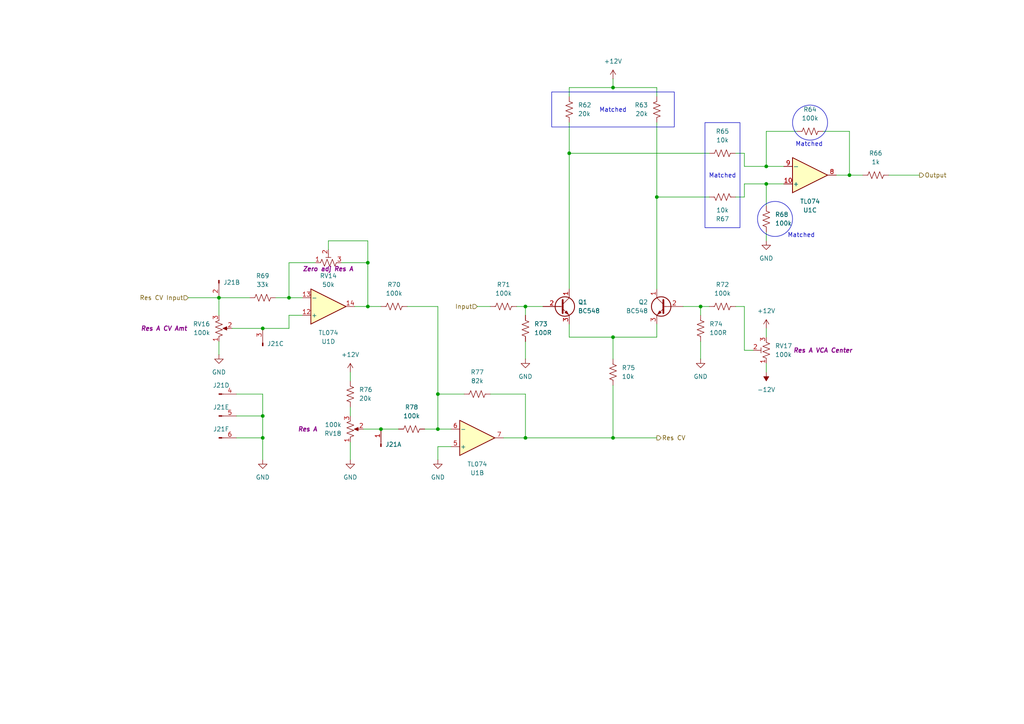
<source format=kicad_sch>
(kicad_sch (version 20250114) (generator "eeschema") (generator_version "9.0")
  (paper "A4")
  (title_block (company "DMH Instruments") (comment 1 "PCB for 15cm Kosmo format synthesizer module"))
  (lib_symbols
    (symbol "Amplifier_Operational:TL074" (pin_names (offset 0.127))
      (property "Reference" "U" (at 0 5.08 0))
      (property "Value" "TL074" (at 0 -5.08 0))
      (symbol "TL074_1_1"
        (polyline (pts (xy -5.08 5.08) (xy 5.08 0) (xy -5.08 -5.08) (xy -5.08 5.08)) (stroke (width 0.254)) (fill (type background)))
        (pin input line (at -7.62 2.54 0) (length 2.54) (name "+") (number "3"))
        (pin input line (at -7.62 -2.54 0) (length 2.54) (name "-") (number "2"))
        (pin output line (at 7.62 0 180) (length 2.54) (name "~") (number "1"))
      )
      (symbol "TL074_2_1"
        (polyline (pts (xy -5.08 5.08) (xy 5.08 0) (xy -5.08 -5.08) (xy -5.08 5.08)) (stroke (width 0.254)) (fill (type background)))
        (pin input line (at -7.62 2.54 0) (length 2.54) (name "+") (number "5"))
        (pin input line (at -7.62 -2.54 0) (length 2.54) (name "-") (number "6"))
        (pin output line (at 7.62 0 180) (length 2.54) (name "~") (number "7"))
      )
      (symbol "TL074_3_1"
        (polyline (pts (xy -5.08 5.08) (xy 5.08 0) (xy -5.08 -5.08) (xy -5.08 5.08)) (stroke (width 0.254)) (fill (type background)))
        (pin input line (at -7.62 2.54 0) (length 2.54) (name "+") (number "10"))
        (pin input line (at -7.62 -2.54 0) (length 2.54) (name "-") (number "9"))
        (pin output line (at 7.62 0 180) (length 2.54) (name "~") (number "8"))
      )
      (symbol "TL074_4_1"
        (polyline (pts (xy -5.08 5.08) (xy 5.08 0) (xy -5.08 -5.08) (xy -5.08 5.08)) (stroke (width 0.254)) (fill (type background)))
        (pin input line (at -7.62 2.54 0) (length 2.54) (name "+") (number "12"))
        (pin input line (at -7.62 -2.54 0) (length 2.54) (name "-") (number "13"))
        (pin output line (at 7.62 0 180) (length 2.54) (name "~") (number "14"))
      )
      (symbol "TL074_5_1"
        (pin power_in line (at -2.54 7.62 270) (length 3.81) (name "V+") (number "4"))
        (pin power_in line (at -2.54 -7.62 90) (length 3.81) (name "V-") (number "11"))
      )
    )
    (symbol "Device:R_Potentiometer_Trim_US" (pin_names (offset 1.016) (hide yes))
      (property "Reference" "RV" (at -4.445 0 90))
      (property "Value" "R_Potentiometer_Trim_US" (at -2.54 0 90))
      (symbol "R_Potentiometer_Trim_US_0_1"
        (polyline (pts (xy 0 2.286) (xy 0 2.54)))
        (polyline (pts (xy 0 2.286) (xy 1.016 1.905) (xy 0 1.524) (xy -1.016 1.143) (xy 0 0.762)))
        (polyline (pts (xy 0 0.762) (xy 1.016 0.381) (xy 0 0) (xy -1.016 -0.381) (xy 0 -0.762)))
        (polyline (pts (xy 0 -0.762) (xy 1.016 -1.143) (xy 0 -1.524) (xy -1.016 -1.905) (xy 0 -2.286)))
        (polyline (pts (xy 0 -2.286) (xy 0 -2.54)))
        (polyline (pts (xy 1.524 0.762) (xy 1.524 -0.762)))
        (polyline (pts (xy 2.54 0) (xy 1.524 0)))
      )
      (symbol "R_Potentiometer_Trim_US_1_1"
        (pin passive line (at 0 3.81 270) (length 1.27) (name "1") (number "1"))
        (pin passive line (at 0 -3.81 90) (length 1.27) (name "3") (number "3"))
        (pin passive line (at 3.81 0 180) (length 1.27) (name "2") (number "2"))
      )
    )
    (symbol "Device:R_Potentiometer_US" (pin_names (offset 1.016) (hide yes))
      (property "Reference" "RV" (at -4.445 0 90))
      (property "Value" "R_Potentiometer_US" (at -2.54 0 90))
      (symbol "R_Potentiometer_US_0_1"
        (polyline (pts (xy 0 2.54) (xy 0 2.286)))
        (polyline (pts (xy 0 2.286) (xy 1.016 1.905) (xy 0 1.524) (xy -1.016 1.143) (xy 0 0.762)))
        (polyline (pts (xy 0 0.762) (xy 1.016 0.381) (xy 0 0) (xy -1.016 -0.381) (xy 0 -0.762)))
        (polyline (pts (xy 0 -0.762) (xy 1.016 -1.143) (xy 0 -1.524) (xy -1.016 -1.905) (xy 0 -2.286)))
        (polyline (pts (xy 0 -2.286) (xy 0 -2.54)))
        (polyline (pts (xy 1.143 0) (xy 2.286 0.508) (xy 2.286 -0.508) (xy 1.143 0)) (fill (type outline)))
        (polyline (pts (xy 2.54 0) (xy 1.524 0)))
      )
      (symbol "R_Potentiometer_US_1_1"
        (pin passive line (at 0 3.81 270) (length 1.27) (name "1") (number "1"))
        (pin passive line (at 0 -3.81 90) (length 1.27) (name "3") (number "3"))
        (pin passive line (at 3.81 0 180) (length 1.27) (name "2") (number "2"))
      )
    )
    (symbol "Device:R_US" (pin_numbers (hide yes)) (pin_names (offset 0))
      (property "Reference" "R" (at 2.54 0 90))
      (property "Value" "R_US" (at -2.54 0 90))
      (symbol "R_US_0_1"
        (polyline (pts (xy 0 2.286) (xy 0 2.54)))
        (polyline (pts (xy 0 2.286) (xy 1.016 1.905) (xy 0 1.524) (xy -1.016 1.143) (xy 0 0.762)))
        (polyline (pts (xy 0 0.762) (xy 1.016 0.381) (xy 0 0) (xy -1.016 -0.381) (xy 0 -0.762)))
        (polyline (pts (xy 0 -0.762) (xy 1.016 -1.143) (xy 0 -1.524) (xy -1.016 -1.905) (xy 0 -2.286)))
        (polyline (pts (xy 0 -2.286) (xy 0 -2.54)))
      )
      (symbol "R_US_1_1"
        (pin passive line (at 0 3.81 270) (length 1.27) (name "~") (number "1"))
        (pin passive line (at 0 -3.81 90) (length 1.27) (name "~") (number "2"))
      )
    )
    (symbol "SynthStuff:Conn_01x06_PinHeader" (pin_names (offset 1.016) (hide yes))
      (property "Reference" "J" (at 0 2.54 0))
      (symbol "Conn_01x06_PinHeader_1_1"
        (rectangle (start 0.8636 0.127) (end 0 -0.127) (stroke (width 0.1524)) (fill (type outline)))
        (polyline (pts (xy 1.27 0) (xy 0.8636 0)) (stroke (width 0.1524)))
        (pin passive line (at 5.08 0 180) (length 3.81) (name "Pin_1") (number "1"))
      )
      (symbol "Conn_01x06_PinHeader_2_1"
        (rectangle (start 0.8636 0.127) (end 0 -0.127) (stroke (width 0.1524)) (fill (type outline)))
        (polyline (pts (xy 1.27 0) (xy 0.8636 0)) (stroke (width 0.1524)))
        (pin passive line (at 5.08 0 180) (length 3.81) (name "Pin_2") (number "2"))
      )
      (symbol "Conn_01x06_PinHeader_3_1"
        (rectangle (start 0.8636 0.127) (end 0 -0.127) (stroke (width 0.1524)) (fill (type outline)))
        (polyline (pts (xy 1.27 0) (xy 0.8636 0)) (stroke (width 0.1524)))
        (pin passive line (at 5.08 0 180) (length 3.81) (name "Pin_3") (number "3"))
      )
      (symbol "Conn_01x06_PinHeader_4_1"
        (rectangle (start 0.8636 0.127) (end 0 -0.127) (stroke (width 0.1524)) (fill (type outline)))
        (polyline (pts (xy 1.27 0) (xy 0.8636 0)) (stroke (width 0.1524)))
        (pin passive line (at 5.08 0 180) (length 3.81) (name "Pin_4") (number "4"))
      )
      (symbol "Conn_01x06_PinHeader_5_1"
        (rectangle (start 0.8636 0.127) (end 0 -0.127) (stroke (width 0.1524)) (fill (type outline)))
        (polyline (pts (xy 1.27 0) (xy 0.8636 0)) (stroke (width 0.1524)))
        (pin passive line (at 5.08 0 180) (length 3.81) (name "Pin_5") (number "5"))
      )
      (symbol "Conn_01x06_PinHeader_6_1"
        (rectangle (start 0.8636 0.127) (end 0 -0.127) (stroke (width 0.1524)) (fill (type outline)))
        (polyline (pts (xy 1.27 0) (xy 0.8636 0)) (stroke (width 0.1524)))
        (pin passive line (at 5.08 0 180) (length 3.81) (name "Pin_6") (number "6"))
      )
    )
    (symbol "Transistor_BJT:BC548" (pin_names (offset 0) (hide yes))
      (property "Reference" "Q" (at 5.08 1.905 0))
      (property "Value" "BC548" (at 5.08 0 0))
      (symbol "BC548_0_1"
        (polyline (pts (xy 0 0) (xy 0.635 0)))
        (polyline (pts (xy 0.635 1.905) (xy 0.635 -1.905) (xy 0.635 -1.905)) (stroke (width 0.508)))
        (polyline (pts (xy 0.635 0.635) (xy 2.54 2.54)))
        (polyline (pts (xy 0.635 -0.635) (xy 2.54 -2.54) (xy 2.54 -2.54)))
        (circle (center 1.27 0) (radius 2.8194) (stroke (width 0.254)))
        (polyline (pts (xy 1.27 -1.778) (xy 1.778 -1.27) (xy 2.286 -2.286) (xy 1.27 -1.778) (xy 1.27 -1.778)) (fill (type outline)))
      )
      (symbol "BC548_1_1"
        (pin input line (at -5.08 0 0) (length 5.08) (name "B") (number "2"))
        (pin passive line (at 2.54 5.08 270) (length 2.54) (name "C") (number "1"))
        (pin passive line (at 2.54 -5.08 90) (length 2.54) (name "E") (number "3"))
      )
    )
    (symbol "power:+12V" (power) (pin_numbers (hide yes)) (pin_names (offset 0) (hide yes))
      (property "Value" "+12V" (at 0 3.556 0))
      (symbol "+12V_0_1"
        (polyline (pts (xy -0.762 1.27) (xy 0 2.54)))
        (polyline (pts (xy 0 2.54) (xy 0.762 1.27)))
        (polyline (pts (xy 0 0) (xy 0 2.54)))
      )
      (symbol "+12V_1_1"
        (pin power_in line (at 0 0 90) (length 0) (name "~") (number "1"))
      )
    )
    (symbol "power:-12V" (power) (pin_numbers (hide yes)) (pin_names (offset 0) (hide yes))
      (property "Value" "-12V" (at 0 3.556 0))
      (symbol "-12V_0_0"
        (pin power_in line (at 0 0 90) (length 0) (name "~") (number "1"))
      )
      (symbol "-12V_0_1"
        (polyline (pts (xy 0 0) (xy 0 1.27) (xy 0.762 1.27) (xy 0 2.54) (xy -0.762 1.27) (xy 0 1.27)) (fill (type outline)))
      )
    )
    (symbol "power:GND" (power) (pin_numbers (hide yes)) (pin_names (offset 0) (hide yes))
      (property "Value" "GND" (at 0 -3.81 0))
      (symbol "GND_0_1"
        (polyline (pts (xy 0 0) (xy 0 -1.27) (xy 1.27 -1.27) (xy 0 -2.54) (xy -1.27 -1.27) (xy 0 -1.27)))
      )
      (symbol "GND_1_1"
        (pin power_in line (at 0 0 270) (length 0) (name "~") (number "1"))
      )
    )
  )
  (rectangle (start 160.02 26.67) (end 195.58 36.83))
  (circle (center 224.79 63.5) (radius 5.08))
  (circle (center 234.95 35.56) (radius 5.08))
  (rectangle (start 204.47 35.56) (end 214.63 66.04))
  (text "Matched" (at 177.8 32.004 0) (effects (font (size 1.27 1.27))))
  (text "Matched" (at 234.696 41.91 0) (effects (font (size 1.27 1.27))))
  (text "Matched" (at 232.41 68.326 0) (effects (font (size 1.27 1.27))))
  (text "Matched" (at 209.55 51.054 0) (effects (font (size 1.27 1.27))))
  (junction (at 106.68 88.9))
  (junction (at 190.5 57.15))
  (junction (at 76.2 120.65))
  (junction (at 165.1 44.45))
  (junction (at 222.25 53.34))
  (junction (at 110.49 124.46))
  (junction (at 177.8 25.4))
  (junction (at 246.38 50.8))
  (junction (at 63.5 86.36))
  (junction (at 152.4 127))
  (junction (at 127 124.46))
  (junction (at 152.4 88.9))
  (junction (at 76.2 127))
  (junction (at 177.8 127))
  (junction (at 203.2 88.9))
  (junction (at 76.2 95.25))
  (junction (at 106.68 76.2))
  (junction (at 127 114.3))
  (junction (at 222.25 48.26))
  (junction (at 177.8 97.79))
  (junction (at 83.82 86.36))
  (wire (pts (xy 215.9 48.26) (xy 222.25 48.26)))
  (wire (pts (xy 190.5 57.15) (xy 190.5 83.82)))
  (wire (pts (xy 54.61 86.36) (xy 63.5 86.36)))
  (wire (pts (xy 68.58 127) (xy 76.2 127)))
  (wire (pts (xy 190.5 25.4) (xy 177.8 25.4)))
  (wire (pts (xy 101.6 128.27) (xy 101.6 133.35)))
  (wire (pts (xy 165.1 44.45) (xy 205.74 44.45)))
  (wire (pts (xy 165.1 97.79) (xy 177.8 97.79)))
  (wire (pts (xy 127 114.3) (xy 127 124.46)))
  (wire (pts (xy 213.36 44.45) (xy 215.9 44.45)))
  (wire (pts (xy 222.25 67.31) (xy 222.25 69.85)))
  (wire (pts (xy 203.2 88.9) (xy 203.2 91.44)))
  (wire (pts (xy 67.31 95.25) (xy 76.2 95.25)))
  (wire (pts (xy 68.58 114.3) (xy 76.2 114.3)))
  (wire (pts (xy 215.9 88.9) (xy 215.9 101.6)))
  (wire (pts (xy 76.2 120.65) (xy 76.2 127)))
  (wire (pts (xy 165.1 44.45) (xy 165.1 83.82)))
  (wire (pts (xy 83.82 95.25) (xy 83.82 91.44)))
  (wire (pts (xy 222.25 95.25) (xy 222.25 97.79)))
  (wire (pts (xy 152.4 88.9) (xy 152.4 91.44)))
  (wire (pts (xy 257.81 50.8) (xy 266.7 50.8)))
  (wire (pts (xy 101.6 107.95) (xy 101.6 110.49)))
  (wire (pts (xy 106.68 88.9) (xy 110.49 88.9)))
  (wire (pts (xy 123.19 124.46) (xy 127 124.46)))
  (wire (pts (xy 238.76 38.1) (xy 246.38 38.1)))
  (wire (pts (xy 246.38 50.8) (xy 250.19 50.8)))
  (wire (pts (xy 80.01 86.36) (xy 83.82 86.36)))
  (wire (pts (xy 222.25 38.1) (xy 222.25 48.26)))
  (wire (pts (xy 222.25 53.34) (xy 227.33 53.34)))
  (wire (pts (xy 190.5 27.94) (xy 190.5 25.4)))
  (wire (pts (xy 177.8 127) (xy 190.5 127)))
  (wire (pts (xy 95.25 69.85) (xy 106.68 69.85)))
  (wire (pts (xy 222.25 105.41) (xy 222.25 107.95)))
  (wire (pts (xy 165.1 27.94) (xy 165.1 25.4)))
  (wire (pts (xy 76.2 127) (xy 76.2 133.35)))
  (wire (pts (xy 83.82 86.36) (xy 87.63 86.36)))
  (wire (pts (xy 165.1 35.56) (xy 165.1 44.45)))
  (wire (pts (xy 190.5 93.98) (xy 190.5 97.79)))
  (wire (pts (xy 110.49 124.46) (xy 115.57 124.46)))
  (wire (pts (xy 127 124.46) (xy 130.81 124.46)))
  (wire (pts (xy 215.9 44.45) (xy 215.9 48.26)))
  (wire (pts (xy 177.8 25.4) (xy 177.8 22.86)))
  (wire (pts (xy 101.6 118.11) (xy 101.6 120.65)))
  (wire (pts (xy 152.4 88.9) (xy 157.48 88.9)))
  (wire (pts (xy 118.11 88.9) (xy 127 88.9)))
  (wire (pts (xy 149.86 88.9) (xy 152.4 88.9)))
  (wire (pts (xy 190.5 57.15) (xy 205.74 57.15)))
  (wire (pts (xy 106.68 88.9) (xy 102.87 88.9)))
  (wire (pts (xy 190.5 97.79) (xy 177.8 97.79)))
  (wire (pts (xy 222.25 48.26) (xy 227.33 48.26)))
  (wire (pts (xy 152.4 127) (xy 177.8 127)))
  (wire (pts (xy 152.4 99.06) (xy 152.4 104.14)))
  (wire (pts (xy 63.5 86.36) (xy 63.5 91.44)))
  (wire (pts (xy 231.14 38.1) (xy 222.25 38.1)))
  (wire (pts (xy 68.58 120.65) (xy 76.2 120.65)))
  (wire (pts (xy 203.2 99.06) (xy 203.2 104.14)))
  (wire (pts (xy 130.81 129.54) (xy 127 129.54)))
  (wire (pts (xy 142.24 114.3) (xy 152.4 114.3)))
  (wire (pts (xy 222.25 53.34) (xy 222.25 59.69)))
  (wire (pts (xy 63.5 86.36) (xy 72.39 86.36)))
  (wire (pts (xy 198.12 88.9) (xy 203.2 88.9)))
  (wire (pts (xy 215.9 53.34) (xy 222.25 53.34)))
  (wire (pts (xy 83.82 91.44) (xy 87.63 91.44)))
  (wire (pts (xy 146.05 127) (xy 152.4 127)))
  (wire (pts (xy 215.9 101.6) (xy 218.44 101.6)))
  (wire (pts (xy 76.2 95.25) (xy 83.82 95.25)))
  (wire (pts (xy 213.36 57.15) (xy 215.9 57.15)))
  (wire (pts (xy 134.62 114.3) (xy 127 114.3)))
  (wire (pts (xy 105.41 124.46) (xy 110.49 124.46)))
  (wire (pts (xy 106.68 76.2) (xy 106.68 88.9)))
  (wire (pts (xy 190.5 35.56) (xy 190.5 57.15)))
  (wire (pts (xy 177.8 97.79) (xy 177.8 104.14)))
  (wire (pts (xy 127 129.54) (xy 127 133.35)))
  (wire (pts (xy 203.2 88.9) (xy 205.74 88.9)))
  (wire (pts (xy 215.9 57.15) (xy 215.9 53.34)))
  (wire (pts (xy 83.82 76.2) (xy 83.82 86.36)))
  (wire (pts (xy 246.38 38.1) (xy 246.38 50.8)))
  (wire (pts (xy 242.57 50.8) (xy 246.38 50.8)))
  (wire (pts (xy 127 88.9) (xy 127 114.3)))
  (wire (pts (xy 106.68 69.85) (xy 106.68 76.2)))
  (wire (pts (xy 99.06 76.2) (xy 106.68 76.2)))
  (wire (pts (xy 152.4 114.3) (xy 152.4 127)))
  (wire (pts (xy 76.2 114.3) (xy 76.2 120.65)))
  (wire (pts (xy 83.82 76.2) (xy 91.44 76.2)))
  (wire (pts (xy 138.43 88.9) (xy 142.24 88.9)))
  (wire (pts (xy 177.8 127) (xy 177.8 111.76)))
  (wire (pts (xy 63.5 99.06) (xy 63.5 102.87)))
  (wire (pts (xy 165.1 25.4) (xy 177.8 25.4)))
  (wire (pts (xy 165.1 93.98) (xy 165.1 97.79)))
  (wire (pts (xy 95.25 72.39) (xy 95.25 69.85)))
  (wire (pts (xy 213.36 88.9) (xy 215.9 88.9)))
  (hierarchical_label "Input" (shape input) (at 138.43 88.9 180))
  (hierarchical_label "Output" (shape output) (at 266.7 50.8 0))
  (hierarchical_label "Res CV" (shape output) (at 190.5 127 0))
  (hierarchical_label "Res CV Input" (shape input) (at 54.61 86.36 180))
  (symbol (lib_id "Device:R_US") (at 177.8 107.95 180) (unit 1) (on_board no)
    (property "Reference" "R75" (at 180.34 106.6799 0) (effects (justify right)))
    (property "Value" "10k" (at 180.34 109.2199 0) (effects (justify right)))
    (property "Footprint" "Resistor_THT:R_Axial_DIN0207_L6.3mm_D2.5mm_P7.62mm_Horizontal" (effects (hide yes)))
    (property "Description" "Resistor, US symbol" (effects (hide yes)))
  )
  (symbol (lib_id "Device:R_US") (at 101.6 114.3 180) (unit 1)
    (property "Reference" "R76" (at 104.14 113.0299 0) (effects (justify right)))
    (property "Value" "20k" (at 104.14 115.5699 0) (effects (justify right)))
    (property "Footprint" "Resistor_THT:R_Axial_DIN0207_L6.3mm_D2.5mm_P7.62mm_Horizontal" (effects (hide yes)))
    (property "Description" "Resistor, US symbol" (effects (hide yes)))
  )
  (symbol (lib_id "Amplifier_Operational:TL074") (at 95.25 88.9 0) (mirror x) (unit 4) (on_board no)
    (property "Reference" "U1" (at 95.25 99.06 0))
    (property "Value" "TL074" (at 95.25 96.52 0))
    (property "Footprint" "Package_DIP:DIP-14_W7.62mm_Socket" (effects (hide yes)))
    (property "Datasheet" "http://www.ti.com/lit/ds/symlink/tl071.pdf" (effects (hide yes)))
    (property "Description" "Quad Low-Noise JFET-Input Operational Amplifiers, DIP-14/SOIC-14" (effects (hide yes)))
  )
  (symbol (lib_id "power:GND") (at 203.2 104.14 0) (unit 1)
    (property "Reference" "#PWR061" (effects (hide yes)))
    (property "Value" "GND" (at 203.2 109.22 0))
    (property "Description" "Power symbol creates a global label with name \"GND\" , ground" (effects (hide yes)))
  )
  (symbol (lib_id "Device:R_US") (at 209.55 44.45 270) (unit 1) (on_board no)
    (property "Reference" "R65" (at 209.55 38.1 90))
    (property "Value" "10k" (at 209.55 40.64 90))
    (property "Footprint" "Resistor_THT:R_Axial_DIN0207_L6.3mm_D2.5mm_P7.62mm_Horizontal" (effects (hide yes)))
    (property "Description" "Resistor, US symbol" (effects (hide yes)))
  )
  (symbol (lib_id "SynthStuff:Conn_01x06_PinHeader") (at 76.2 100.33 90) (unit 3)
    (property "Reference" "J21" (at 77.47 99.6949 90) (effects (justify right)))
    (property "Value" "Conn_01x06_PinHeader" (effects (hide yes)))
    (property "Footprint" "Connector_PinSocket_2.54mm:PinSocket_1x06_P2.54mm_Vertical" (effects (hide yes)))
    (property "Description" "Generic connector, single row, 01x06" (effects (hide yes)))
  )
  (symbol (lib_id "Device:R_Potentiometer_Trim_US") (at 222.25 101.6 180) (unit 1) (on_board no)
    (property "Reference" "RV17" (at 224.79 100.3299 0) (effects (justify right)))
    (property "Value" "100k" (at 224.79 102.8699 0) (effects (justify right)))
    (property "Footprint" "Potentiometer_THT:Potentiometer_Bourns_3296W_Vertical" (effects (hide yes)))
    (property "Description" "Trim-potentiometer, US symbol" (effects (hide yes)))
    (property "Function" "Res A VCA Center" (at 238.76 101.6 0) (effects (font (thickness 0.254) (bold yes) (italic yes))))
  )
  (symbol (lib_id "Transistor_BJT:BC548") (at 162.56 88.9 0) (unit 1) (on_board no)
    (property "Reference" "Q1" (at 167.64 87.6299 0) (effects (justify left)))
    (property "Value" "BC548" (at 167.64 90.1699 0) (effects (justify left)))
    (property "Footprint" "Package_TO_SOT_THT:TO-92L_Inline_Wide" (effects (hide yes)))
    (property "Datasheet" "https://www.onsemi.com/pub/Collateral/BC550-D.pdf" (effects (hide yes)))
    (property "Description" "0.1A Ic, 30V Vce, Small Signal NPN Transistor, TO-92" (effects (hide yes)))
  )
  (symbol (lib_id "power:-12V") (at 222.25 107.95 180) (unit 1)
    (property "Reference" "#PWR064" (effects (hide yes)))
    (property "Value" "-12V" (at 222.25 113.03 0))
    (property "Description" "Power symbol creates a global label with name \"-12V\"" (effects (hide yes)))
  )
  (symbol (lib_id "Device:R_US") (at 119.38 124.46 90) (unit 1) (on_board no)
    (property "Reference" "R78" (at 119.38 118.11 90))
    (property "Value" "100k" (at 119.38 120.65 90))
    (property "Footprint" "Resistor_THT:R_Axial_DIN0207_L6.3mm_D2.5mm_P7.62mm_Horizontal" (effects (hide yes)))
    (property "Description" "Resistor, US symbol" (effects (hide yes)))
  )
  (symbol (lib_id "Device:R_US") (at 190.5 31.75 0) (mirror x) (unit 1) (on_board no)
    (property "Reference" "R63" (at 187.96 30.4799 0) (effects (justify right)))
    (property "Value" "20k" (at 187.96 33.0199 0) (effects (justify right)))
    (property "Footprint" "Resistor_THT:R_Axial_DIN0207_L6.3mm_D2.5mm_P7.62mm_Horizontal" (effects (hide yes)))
    (property "Description" "Resistor, US symbol" (effects (hide yes)))
  )
  (symbol (lib_id "Amplifier_Operational:TL074") (at 234.95 50.8 0) (mirror x) (unit 3) (on_board no)
    (property "Reference" "U1" (at 234.95 60.96 0))
    (property "Value" "TL074" (at 234.95 58.42 0))
    (property "Footprint" "Package_DIP:DIP-14_W7.62mm_Socket" (effects (hide yes)))
    (property "Datasheet" "http://www.ti.com/lit/ds/symlink/tl071.pdf" (effects (hide yes)))
    (property "Description" "Quad Low-Noise JFET-Input Operational Amplifiers, DIP-14/SOIC-14" (effects (hide yes)))
  )
  (symbol (lib_id "Transistor_BJT:BC548") (at 193.04 88.9 0) (mirror y) (unit 1) (on_board no)
    (property "Reference" "Q2" (at 187.96 87.6299 0) (effects (justify left)))
    (property "Value" "BC548" (at 187.96 90.1699 0) (effects (justify left)))
    (property "Footprint" "Package_TO_SOT_THT:TO-92L_Inline_Wide" (effects (hide yes)))
    (property "Datasheet" "https://www.onsemi.com/pub/Collateral/BC550-D.pdf" (effects (hide yes)))
    (property "Description" "0.1A Ic, 30V Vce, Small Signal NPN Transistor, TO-92" (effects (hide yes)))
  )
  (symbol (lib_id "SynthStuff:Conn_01x06_PinHeader") (at 63.5 81.28 270) (unit 2)
    (property "Reference" "J21" (at 64.77 81.9149 90) (effects (justify left)))
    (property "Value" "Conn_01x06_PinHeader" (effects (hide yes)))
    (property "Footprint" "Connector_PinSocket_2.54mm:PinSocket_1x06_P2.54mm_Vertical" (effects (hide yes)))
    (property "Description" "Generic connector, single row, 01x06" (effects (hide yes)))
  )
  (symbol (lib_id "SynthStuff:Conn_01x06_PinHeader") (at 63.5 127 0) (unit 6)
    (property "Reference" "J21" (at 64.135 124.46 0))
    (property "Value" "Conn_01x06_PinHeader" (effects (hide yes)))
    (property "Footprint" "Connector_PinSocket_2.54mm:PinSocket_1x06_P2.54mm_Vertical" (effects (hide yes)))
    (property "Description" "Generic connector, single row, 01x06" (effects (hide yes)))
  )
  (symbol (lib_id "power:GND") (at 101.6 133.35 0) (unit 1)
    (property "Reference" "#PWR057" (effects (hide yes)))
    (property "Value" "GND" (at 101.6 138.43 0))
    (property "Description" "Power symbol creates a global label with name \"GND\" , ground" (effects (hide yes)))
  )
  (symbol (lib_id "Device:R_US") (at 165.1 31.75 180) (unit 1) (on_board no)
    (property "Reference" "R62" (at 167.64 30.4799 0) (effects (justify right)))
    (property "Value" "20k" (at 167.64 33.0199 0) (effects (justify right)))
    (property "Footprint" "Resistor_THT:R_Axial_DIN0207_L6.3mm_D2.5mm_P7.62mm_Horizontal" (effects (hide yes)))
    (property "Description" "Resistor, US symbol" (effects (hide yes)))
  )
  (symbol (lib_id "power:GND") (at 152.4 104.14 0) (unit 1)
    (property "Reference" "#PWR059" (effects (hide yes)))
    (property "Value" "GND" (at 152.4 109.22 0))
    (property "Description" "Power symbol creates a global label with name \"GND\" , ground" (effects (hide yes)))
  )
  (symbol (lib_id "Device:R_US") (at 203.2 95.25 180) (unit 1) (on_board no)
    (property "Reference" "R74" (at 205.74 93.9799 0) (effects (justify right)))
    (property "Value" "100R" (at 205.74 96.5199 0) (effects (justify right)))
    (property "Footprint" "Resistor_THT:R_Axial_DIN0207_L6.3mm_D2.5mm_P7.62mm_Horizontal" (effects (hide yes)))
    (property "Description" "Resistor, US symbol" (effects (hide yes)))
  )
  (symbol (lib_id "power:+12V") (at 101.6 107.95 0) (unit 1)
    (property "Reference" "#PWR056" (effects (hide yes)))
    (property "Value" "+12V" (at 101.6 102.87 0))
    (property "Description" "Power symbol creates a global label with name \"+12V\"" (effects (hide yes)))
  )
  (symbol (lib_id "Device:R_Potentiometer_US") (at 63.5 95.25 0) (mirror x) (unit 1)
    (property "Reference" "RV16" (at 60.96 93.9799 0) (effects (justify right)))
    (property "Value" "100k" (at 60.96 96.5199 0) (effects (justify right)))
    (property "Footprint" "SynthStuff:Potentiometer_TT_P110KH1" (effects (hide yes)))
    (property "Description" "Potentiometer, US symbol" (effects (hide yes)))
    (property "Function" "Res A CV Amt" (at 47.498 95.25 0) (effects (font (thickness 0.254) (bold yes) (italic yes))))
  )
  (symbol (lib_id "Device:R_US") (at 254 50.8 270) (unit 1) (on_board no)
    (property "Reference" "R66" (at 254 44.45 90))
    (property "Value" "1k" (at 254 46.99 90))
    (property "Footprint" "Resistor_THT:R_Axial_DIN0207_L6.3mm_D2.5mm_P7.62mm_Horizontal" (effects (hide yes)))
    (property "Description" "Resistor, US symbol" (effects (hide yes)))
  )
  (symbol (lib_id "SynthStuff:Conn_01x06_PinHeader") (at 63.5 114.3 0) (unit 4)
    (property "Reference" "J21" (at 64.135 111.76 0))
    (property "Value" "Conn_01x06_PinHeader" (effects (hide yes)))
    (property "Footprint" "Connector_PinSocket_2.54mm:PinSocket_1x06_P2.54mm_Vertical" (effects (hide yes)))
    (property "Description" "Generic connector, single row, 01x06" (effects (hide yes)))
  )
  (symbol (lib_id "Device:R_Potentiometer_US") (at 101.6 124.46 0) (mirror x) (unit 1)
    (property "Reference" "RV18" (at 99.06 125.7301 0) (effects (justify right)))
    (property "Value" "100k" (at 99.06 123.1901 0) (effects (justify right)))
    (property "Footprint" "SynthStuff:Potentiometer_Alpha_RD901F-40-00D_Single_Vertical" (effects (hide yes)))
    (property "Description" "Potentiometer, US symbol" (effects (hide yes)))
    (property "Function" "Res A" (at 89.154 124.46 0) (effects (font (thickness 0.254) (bold yes) (italic yes))))
  )
  (symbol (lib_id "Device:R_Potentiometer_Trim_US") (at 95.25 76.2 90) (unit 1) (on_board no)
    (property "Reference" "RV14" (at 95.25 80.01 90))
    (property "Value" "50k" (at 95.25 82.55 90))
    (property "Footprint" "Potentiometer_THT:Potentiometer_Bourns_3296W_Vertical" (effects (hide yes)))
    (property "Description" "Trim-potentiometer, US symbol" (effects (hide yes)))
    (property "Function" "Zero adj Res A" (at 95.25 77.978 90) (effects (font (thickness 0.254) (bold yes) (italic yes))))
  )
  (symbol (lib_id "Device:R_US") (at 138.43 114.3 90) (unit 1) (on_board no)
    (property "Reference" "R77" (at 138.43 107.95 90))
    (property "Value" "82k" (at 138.43 110.49 90))
    (property "Footprint" "Resistor_THT:R_Axial_DIN0207_L6.3mm_D2.5mm_P7.62mm_Horizontal" (effects (hide yes)))
    (property "Description" "Resistor, US symbol" (effects (hide yes)))
  )
  (symbol (lib_id "Device:R_US") (at 222.25 63.5 0) (unit 1) (on_board no)
    (property "Reference" "R68" (at 224.79 62.2299 0) (effects (justify left)))
    (property "Value" "100k" (at 224.79 64.7699 0) (effects (justify left)))
    (property "Footprint" "Resistor_THT:R_Axial_DIN0207_L6.3mm_D2.5mm_P7.62mm_Horizontal" (effects (hide yes)))
    (property "Description" "Resistor, US symbol" (effects (hide yes)))
  )
  (symbol (lib_id "power:GND") (at 76.2 133.35 0) (unit 1)
    (property "Reference" "#PWR043" (effects (hide yes)))
    (property "Value" "GND" (at 76.2 138.43 0))
    (property "Description" "Power symbol creates a global label with name \"GND\" , ground" (effects (hide yes)))
  )
  (symbol (lib_id "SynthStuff:Conn_01x06_PinHeader") (at 110.49 129.54 90) (unit 1)
    (property "Reference" "J21" (at 111.76 128.9049 90) (effects (justify right)))
    (property "Value" "Conn_01x06_PinHeader" (effects (hide yes)))
    (property "Footprint" "Connector_PinSocket_2.54mm:PinSocket_1x06_P2.54mm_Vertical" (effects (hide yes)))
    (property "Description" "Generic connector, single row, 01x06" (effects (hide yes)))
  )
  (symbol (lib_id "Device:R_US") (at 152.4 95.25 180) (unit 1) (on_board no)
    (property "Reference" "R73" (at 154.94 93.9799 0) (effects (justify right)))
    (property "Value" "100R" (at 154.94 96.5199 0) (effects (justify right)))
    (property "Footprint" "Resistor_THT:R_Axial_DIN0207_L6.3mm_D2.5mm_P7.62mm_Horizontal" (effects (hide yes)))
    (property "Description" "Resistor, US symbol" (effects (hide yes)))
  )
  (symbol (lib_id "power:GND") (at 127 133.35 0) (unit 1)
    (property "Reference" "#PWR058" (effects (hide yes)))
    (property "Value" "GND" (at 127 138.43 0))
    (property "Description" "Power symbol creates a global label with name \"GND\" , ground" (effects (hide yes)))
  )
  (symbol (lib_id "Device:R_US") (at 146.05 88.9 270) (unit 1) (on_board no)
    (property "Reference" "R71" (at 146.05 82.55 90))
    (property "Value" "100k" (at 146.05 85.09 90))
    (property "Footprint" "Resistor_THT:R_Axial_DIN0207_L6.3mm_D2.5mm_P7.62mm_Horizontal" (effects (hide yes)))
    (property "Description" "Resistor, US symbol" (effects (hide yes)))
  )
  (symbol (lib_id "power:GND") (at 63.5 102.87 0) (unit 1)
    (property "Reference" "#PWR055" (effects (hide yes)))
    (property "Value" "GND" (at 63.5 107.95 0))
    (property "Description" "Power symbol creates a global label with name \"GND\" , ground" (effects (hide yes)))
  )
  (symbol (lib_id "power:+12V") (at 222.25 95.25 0) (unit 1)
    (property "Reference" "#PWR063" (effects (hide yes)))
    (property "Value" "+12V" (at 222.25 90.17 0))
    (property "Description" "Power symbol creates a global label with name \"+12V\"" (effects (hide yes)))
  )
  (symbol (lib_id "Device:R_US") (at 209.55 57.15 270) (mirror x) (unit 1) (on_board no)
    (property "Reference" "R67" (at 209.55 63.5 90))
    (property "Value" "10k" (at 209.55 60.96 90))
    (property "Footprint" "Resistor_THT:R_Axial_DIN0207_L6.3mm_D2.5mm_P7.62mm_Horizontal" (effects (hide yes)))
    (property "Description" "Resistor, US symbol" (effects (hide yes)))
  )
  (symbol (lib_id "SynthStuff:Conn_01x06_PinHeader") (at 63.5 120.65 0) (unit 5)
    (property "Reference" "J21" (at 64.135 118.11 0))
    (property "Value" "Conn_01x06_PinHeader" (effects (hide yes)))
    (property "Footprint" "Connector_PinSocket_2.54mm:PinSocket_1x06_P2.54mm_Vertical" (effects (hide yes)))
    (property "Description" "Generic connector, single row, 01x06" (effects (hide yes)))
  )
  (symbol (lib_id "Device:R_US") (at 234.95 38.1 270) (unit 1) (on_board no)
    (property "Reference" "R64" (at 234.95 31.75 90))
    (property "Value" "100k" (at 234.95 34.29 90))
    (property "Footprint" "Resistor_THT:R_Axial_DIN0207_L6.3mm_D2.5mm_P7.62mm_Horizontal" (effects (hide yes)))
    (property "Description" "Resistor, US symbol" (effects (hide yes)))
  )
  (symbol (lib_id "power:+12V") (at 177.8 22.86 0) (unit 1)
    (property "Reference" "#PWR060" (effects (hide yes)))
    (property "Value" "+12V" (at 177.8 17.78 0))
    (property "Description" "Power symbol creates a global label with name \"+12V\"" (effects (hide yes)))
  )
  (symbol (lib_id "Amplifier_Operational:TL074") (at 138.43 127 0) (mirror x) (unit 2) (on_board no)
    (property "Reference" "U1" (at 138.43 137.16 0))
    (property "Value" "TL074" (at 138.43 134.62 0))
    (property "Footprint" "Package_DIP:DIP-14_W7.62mm_Socket" (effects (hide yes)))
    (property "Datasheet" "http://www.ti.com/lit/ds/symlink/tl071.pdf" (effects (hide yes)))
    (property "Description" "Quad Low-Noise JFET-Input Operational Amplifiers, DIP-14/SOIC-14" (effects (hide yes)))
  )
  (symbol (lib_id "Device:R_US") (at 76.2 86.36 90) (unit 1) (on_board no)
    (property "Reference" "R69" (at 76.2 80.01 90))
    (property "Value" "33k" (at 76.2 82.55 90))
    (property "Footprint" "Resistor_THT:R_Axial_DIN0207_L6.3mm_D2.5mm_P7.62mm_Horizontal" (effects (hide yes)))
    (property "Description" "Resistor, US symbol" (effects (hide yes)))
  )
  (symbol (lib_id "Device:R_US") (at 114.3 88.9 90) (unit 1) (on_board no)
    (property "Reference" "R70" (at 114.3 82.55 90))
    (property "Value" "100k" (at 114.3 85.09 90))
    (property "Footprint" "Resistor_THT:R_Axial_DIN0207_L6.3mm_D2.5mm_P7.62mm_Horizontal" (effects (hide yes)))
    (property "Description" "Resistor, US symbol" (effects (hide yes)))
  )
  (symbol (lib_id "Device:R_US") (at 209.55 88.9 270) (unit 1) (on_board no)
    (property "Reference" "R72" (at 209.55 82.55 90))
    (property "Value" "100k" (at 209.55 85.09 90))
    (property "Footprint" "Resistor_THT:R_Axial_DIN0207_L6.3mm_D2.5mm_P7.62mm_Horizontal" (effects (hide yes)))
    (property "Description" "Resistor, US symbol" (effects (hide yes)))
  )
  (symbol (lib_id "power:GND") (at 222.25 69.85 0) (unit 1)
    (property "Reference" "#PWR062" (effects (hide yes)))
    (property "Value" "GND" (at 222.25 74.93 0))
    (property "Description" "Power symbol creates a global label with name \"GND\" , ground" (effects (hide yes)))
  )
)
</source>
